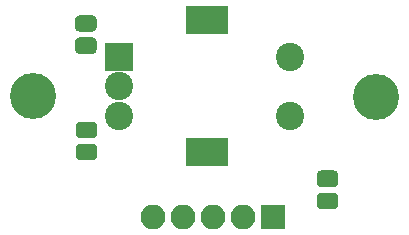
<source format=gbr>
G04 #@! TF.GenerationSoftware,KiCad,Pcbnew,(5.0.0-3-g5ebb6b6)*
G04 #@! TF.CreationDate,2019-05-02T12:54:23+02:00*
G04 #@! TF.ProjectId,Encoder assembly 2,456E636F64657220617373656D626C79,rev?*
G04 #@! TF.SameCoordinates,Original*
G04 #@! TF.FileFunction,Soldermask,Bot*
G04 #@! TF.FilePolarity,Negative*
%FSLAX46Y46*%
G04 Gerber Fmt 4.6, Leading zero omitted, Abs format (unit mm)*
G04 Created by KiCad (PCBNEW (5.0.0-3-g5ebb6b6)) date Thursday, 02 May 2019 at 12:54:23*
%MOMM*%
%LPD*%
G01*
G04 APERTURE LIST*
%ADD10R,2.100000X2.100000*%
%ADD11O,2.100000X2.100000*%
%ADD12C,0.100000*%
%ADD13C,1.375000*%
%ADD14C,2.400000*%
%ADD15R,3.600000X2.400000*%
%ADD16R,2.400000X2.400000*%
%ADD17C,3.900000*%
G04 APERTURE END LIST*
D10*
G04 #@! TO.C,J1*
X132360000Y-93700000D03*
D11*
X129820000Y-93700000D03*
X127280000Y-93700000D03*
X124740000Y-93700000D03*
X122200000Y-93700000D03*
G04 #@! TD*
D12*
G04 #@! TO.C,R1*
G36*
X117089943Y-76626655D02*
X117123312Y-76631605D01*
X117156035Y-76639802D01*
X117187797Y-76651166D01*
X117218293Y-76665590D01*
X117247227Y-76682932D01*
X117274323Y-76703028D01*
X117299318Y-76725682D01*
X117321972Y-76750677D01*
X117342068Y-76777773D01*
X117359410Y-76806707D01*
X117373834Y-76837203D01*
X117385198Y-76868965D01*
X117393395Y-76901688D01*
X117398345Y-76935057D01*
X117400000Y-76968750D01*
X117400000Y-77656250D01*
X117398345Y-77689943D01*
X117393395Y-77723312D01*
X117385198Y-77756035D01*
X117373834Y-77787797D01*
X117359410Y-77818293D01*
X117342068Y-77847227D01*
X117321972Y-77874323D01*
X117299318Y-77899318D01*
X117274323Y-77921972D01*
X117247227Y-77942068D01*
X117218293Y-77959410D01*
X117187797Y-77973834D01*
X117156035Y-77985198D01*
X117123312Y-77993395D01*
X117089943Y-77998345D01*
X117056250Y-78000000D01*
X115943750Y-78000000D01*
X115910057Y-77998345D01*
X115876688Y-77993395D01*
X115843965Y-77985198D01*
X115812203Y-77973834D01*
X115781707Y-77959410D01*
X115752773Y-77942068D01*
X115725677Y-77921972D01*
X115700682Y-77899318D01*
X115678028Y-77874323D01*
X115657932Y-77847227D01*
X115640590Y-77818293D01*
X115626166Y-77787797D01*
X115614802Y-77756035D01*
X115606605Y-77723312D01*
X115601655Y-77689943D01*
X115600000Y-77656250D01*
X115600000Y-76968750D01*
X115601655Y-76935057D01*
X115606605Y-76901688D01*
X115614802Y-76868965D01*
X115626166Y-76837203D01*
X115640590Y-76806707D01*
X115657932Y-76777773D01*
X115678028Y-76750677D01*
X115700682Y-76725682D01*
X115725677Y-76703028D01*
X115752773Y-76682932D01*
X115781707Y-76665590D01*
X115812203Y-76651166D01*
X115843965Y-76639802D01*
X115876688Y-76631605D01*
X115910057Y-76626655D01*
X115943750Y-76625000D01*
X117056250Y-76625000D01*
X117089943Y-76626655D01*
X117089943Y-76626655D01*
G37*
D13*
X116500000Y-77312500D03*
D12*
G36*
X117089943Y-78501655D02*
X117123312Y-78506605D01*
X117156035Y-78514802D01*
X117187797Y-78526166D01*
X117218293Y-78540590D01*
X117247227Y-78557932D01*
X117274323Y-78578028D01*
X117299318Y-78600682D01*
X117321972Y-78625677D01*
X117342068Y-78652773D01*
X117359410Y-78681707D01*
X117373834Y-78712203D01*
X117385198Y-78743965D01*
X117393395Y-78776688D01*
X117398345Y-78810057D01*
X117400000Y-78843750D01*
X117400000Y-79531250D01*
X117398345Y-79564943D01*
X117393395Y-79598312D01*
X117385198Y-79631035D01*
X117373834Y-79662797D01*
X117359410Y-79693293D01*
X117342068Y-79722227D01*
X117321972Y-79749323D01*
X117299318Y-79774318D01*
X117274323Y-79796972D01*
X117247227Y-79817068D01*
X117218293Y-79834410D01*
X117187797Y-79848834D01*
X117156035Y-79860198D01*
X117123312Y-79868395D01*
X117089943Y-79873345D01*
X117056250Y-79875000D01*
X115943750Y-79875000D01*
X115910057Y-79873345D01*
X115876688Y-79868395D01*
X115843965Y-79860198D01*
X115812203Y-79848834D01*
X115781707Y-79834410D01*
X115752773Y-79817068D01*
X115725677Y-79796972D01*
X115700682Y-79774318D01*
X115678028Y-79749323D01*
X115657932Y-79722227D01*
X115640590Y-79693293D01*
X115626166Y-79662797D01*
X115614802Y-79631035D01*
X115606605Y-79598312D01*
X115601655Y-79564943D01*
X115600000Y-79531250D01*
X115600000Y-78843750D01*
X115601655Y-78810057D01*
X115606605Y-78776688D01*
X115614802Y-78743965D01*
X115626166Y-78712203D01*
X115640590Y-78681707D01*
X115657932Y-78652773D01*
X115678028Y-78625677D01*
X115700682Y-78600682D01*
X115725677Y-78578028D01*
X115752773Y-78557932D01*
X115781707Y-78540590D01*
X115812203Y-78526166D01*
X115843965Y-78514802D01*
X115876688Y-78506605D01*
X115910057Y-78501655D01*
X115943750Y-78500000D01*
X117056250Y-78500000D01*
X117089943Y-78501655D01*
X117089943Y-78501655D01*
G37*
D13*
X116500000Y-79187500D03*
G04 #@! TD*
D12*
G04 #@! TO.C,R2*
G36*
X117139943Y-85626655D02*
X117173312Y-85631605D01*
X117206035Y-85639802D01*
X117237797Y-85651166D01*
X117268293Y-85665590D01*
X117297227Y-85682932D01*
X117324323Y-85703028D01*
X117349318Y-85725682D01*
X117371972Y-85750677D01*
X117392068Y-85777773D01*
X117409410Y-85806707D01*
X117423834Y-85837203D01*
X117435198Y-85868965D01*
X117443395Y-85901688D01*
X117448345Y-85935057D01*
X117450000Y-85968750D01*
X117450000Y-86656250D01*
X117448345Y-86689943D01*
X117443395Y-86723312D01*
X117435198Y-86756035D01*
X117423834Y-86787797D01*
X117409410Y-86818293D01*
X117392068Y-86847227D01*
X117371972Y-86874323D01*
X117349318Y-86899318D01*
X117324323Y-86921972D01*
X117297227Y-86942068D01*
X117268293Y-86959410D01*
X117237797Y-86973834D01*
X117206035Y-86985198D01*
X117173312Y-86993395D01*
X117139943Y-86998345D01*
X117106250Y-87000000D01*
X115993750Y-87000000D01*
X115960057Y-86998345D01*
X115926688Y-86993395D01*
X115893965Y-86985198D01*
X115862203Y-86973834D01*
X115831707Y-86959410D01*
X115802773Y-86942068D01*
X115775677Y-86921972D01*
X115750682Y-86899318D01*
X115728028Y-86874323D01*
X115707932Y-86847227D01*
X115690590Y-86818293D01*
X115676166Y-86787797D01*
X115664802Y-86756035D01*
X115656605Y-86723312D01*
X115651655Y-86689943D01*
X115650000Y-86656250D01*
X115650000Y-85968750D01*
X115651655Y-85935057D01*
X115656605Y-85901688D01*
X115664802Y-85868965D01*
X115676166Y-85837203D01*
X115690590Y-85806707D01*
X115707932Y-85777773D01*
X115728028Y-85750677D01*
X115750682Y-85725682D01*
X115775677Y-85703028D01*
X115802773Y-85682932D01*
X115831707Y-85665590D01*
X115862203Y-85651166D01*
X115893965Y-85639802D01*
X115926688Y-85631605D01*
X115960057Y-85626655D01*
X115993750Y-85625000D01*
X117106250Y-85625000D01*
X117139943Y-85626655D01*
X117139943Y-85626655D01*
G37*
D13*
X116550000Y-86312500D03*
D12*
G36*
X117139943Y-87501655D02*
X117173312Y-87506605D01*
X117206035Y-87514802D01*
X117237797Y-87526166D01*
X117268293Y-87540590D01*
X117297227Y-87557932D01*
X117324323Y-87578028D01*
X117349318Y-87600682D01*
X117371972Y-87625677D01*
X117392068Y-87652773D01*
X117409410Y-87681707D01*
X117423834Y-87712203D01*
X117435198Y-87743965D01*
X117443395Y-87776688D01*
X117448345Y-87810057D01*
X117450000Y-87843750D01*
X117450000Y-88531250D01*
X117448345Y-88564943D01*
X117443395Y-88598312D01*
X117435198Y-88631035D01*
X117423834Y-88662797D01*
X117409410Y-88693293D01*
X117392068Y-88722227D01*
X117371972Y-88749323D01*
X117349318Y-88774318D01*
X117324323Y-88796972D01*
X117297227Y-88817068D01*
X117268293Y-88834410D01*
X117237797Y-88848834D01*
X117206035Y-88860198D01*
X117173312Y-88868395D01*
X117139943Y-88873345D01*
X117106250Y-88875000D01*
X115993750Y-88875000D01*
X115960057Y-88873345D01*
X115926688Y-88868395D01*
X115893965Y-88860198D01*
X115862203Y-88848834D01*
X115831707Y-88834410D01*
X115802773Y-88817068D01*
X115775677Y-88796972D01*
X115750682Y-88774318D01*
X115728028Y-88749323D01*
X115707932Y-88722227D01*
X115690590Y-88693293D01*
X115676166Y-88662797D01*
X115664802Y-88631035D01*
X115656605Y-88598312D01*
X115651655Y-88564943D01*
X115650000Y-88531250D01*
X115650000Y-87843750D01*
X115651655Y-87810057D01*
X115656605Y-87776688D01*
X115664802Y-87743965D01*
X115676166Y-87712203D01*
X115690590Y-87681707D01*
X115707932Y-87652773D01*
X115728028Y-87625677D01*
X115750682Y-87600682D01*
X115775677Y-87578028D01*
X115802773Y-87557932D01*
X115831707Y-87540590D01*
X115862203Y-87526166D01*
X115893965Y-87514802D01*
X115926688Y-87506605D01*
X115960057Y-87501655D01*
X115993750Y-87500000D01*
X117106250Y-87500000D01*
X117139943Y-87501655D01*
X117139943Y-87501655D01*
G37*
D13*
X116550000Y-88187500D03*
G04 #@! TD*
D14*
G04 #@! TO.C,SW1*
X133775001Y-85125001D03*
X133775001Y-80125001D03*
D15*
X126775001Y-88225001D03*
X126775001Y-77025001D03*
D14*
X119275001Y-85125001D03*
X119275001Y-82625001D03*
D16*
X119275001Y-80125001D03*
G04 #@! TD*
D17*
G04 #@! TO.C,REF\002A\002A*
X112000000Y-83450000D03*
G04 #@! TD*
G04 #@! TO.C,REF\002A\002A*
X141100000Y-83500000D03*
G04 #@! TD*
D12*
G04 #@! TO.C,R3*
G36*
X137539943Y-89764155D02*
X137573312Y-89769105D01*
X137606035Y-89777302D01*
X137637797Y-89788666D01*
X137668293Y-89803090D01*
X137697227Y-89820432D01*
X137724323Y-89840528D01*
X137749318Y-89863182D01*
X137771972Y-89888177D01*
X137792068Y-89915273D01*
X137809410Y-89944207D01*
X137823834Y-89974703D01*
X137835198Y-90006465D01*
X137843395Y-90039188D01*
X137848345Y-90072557D01*
X137850000Y-90106250D01*
X137850000Y-90793750D01*
X137848345Y-90827443D01*
X137843395Y-90860812D01*
X137835198Y-90893535D01*
X137823834Y-90925297D01*
X137809410Y-90955793D01*
X137792068Y-90984727D01*
X137771972Y-91011823D01*
X137749318Y-91036818D01*
X137724323Y-91059472D01*
X137697227Y-91079568D01*
X137668293Y-91096910D01*
X137637797Y-91111334D01*
X137606035Y-91122698D01*
X137573312Y-91130895D01*
X137539943Y-91135845D01*
X137506250Y-91137500D01*
X136393750Y-91137500D01*
X136360057Y-91135845D01*
X136326688Y-91130895D01*
X136293965Y-91122698D01*
X136262203Y-91111334D01*
X136231707Y-91096910D01*
X136202773Y-91079568D01*
X136175677Y-91059472D01*
X136150682Y-91036818D01*
X136128028Y-91011823D01*
X136107932Y-90984727D01*
X136090590Y-90955793D01*
X136076166Y-90925297D01*
X136064802Y-90893535D01*
X136056605Y-90860812D01*
X136051655Y-90827443D01*
X136050000Y-90793750D01*
X136050000Y-90106250D01*
X136051655Y-90072557D01*
X136056605Y-90039188D01*
X136064802Y-90006465D01*
X136076166Y-89974703D01*
X136090590Y-89944207D01*
X136107932Y-89915273D01*
X136128028Y-89888177D01*
X136150682Y-89863182D01*
X136175677Y-89840528D01*
X136202773Y-89820432D01*
X136231707Y-89803090D01*
X136262203Y-89788666D01*
X136293965Y-89777302D01*
X136326688Y-89769105D01*
X136360057Y-89764155D01*
X136393750Y-89762500D01*
X137506250Y-89762500D01*
X137539943Y-89764155D01*
X137539943Y-89764155D01*
G37*
D13*
X136950000Y-90450000D03*
D12*
G36*
X137539943Y-91639155D02*
X137573312Y-91644105D01*
X137606035Y-91652302D01*
X137637797Y-91663666D01*
X137668293Y-91678090D01*
X137697227Y-91695432D01*
X137724323Y-91715528D01*
X137749318Y-91738182D01*
X137771972Y-91763177D01*
X137792068Y-91790273D01*
X137809410Y-91819207D01*
X137823834Y-91849703D01*
X137835198Y-91881465D01*
X137843395Y-91914188D01*
X137848345Y-91947557D01*
X137850000Y-91981250D01*
X137850000Y-92668750D01*
X137848345Y-92702443D01*
X137843395Y-92735812D01*
X137835198Y-92768535D01*
X137823834Y-92800297D01*
X137809410Y-92830793D01*
X137792068Y-92859727D01*
X137771972Y-92886823D01*
X137749318Y-92911818D01*
X137724323Y-92934472D01*
X137697227Y-92954568D01*
X137668293Y-92971910D01*
X137637797Y-92986334D01*
X137606035Y-92997698D01*
X137573312Y-93005895D01*
X137539943Y-93010845D01*
X137506250Y-93012500D01*
X136393750Y-93012500D01*
X136360057Y-93010845D01*
X136326688Y-93005895D01*
X136293965Y-92997698D01*
X136262203Y-92986334D01*
X136231707Y-92971910D01*
X136202773Y-92954568D01*
X136175677Y-92934472D01*
X136150682Y-92911818D01*
X136128028Y-92886823D01*
X136107932Y-92859727D01*
X136090590Y-92830793D01*
X136076166Y-92800297D01*
X136064802Y-92768535D01*
X136056605Y-92735812D01*
X136051655Y-92702443D01*
X136050000Y-92668750D01*
X136050000Y-91981250D01*
X136051655Y-91947557D01*
X136056605Y-91914188D01*
X136064802Y-91881465D01*
X136076166Y-91849703D01*
X136090590Y-91819207D01*
X136107932Y-91790273D01*
X136128028Y-91763177D01*
X136150682Y-91738182D01*
X136175677Y-91715528D01*
X136202773Y-91695432D01*
X136231707Y-91678090D01*
X136262203Y-91663666D01*
X136293965Y-91652302D01*
X136326688Y-91644105D01*
X136360057Y-91639155D01*
X136393750Y-91637500D01*
X137506250Y-91637500D01*
X137539943Y-91639155D01*
X137539943Y-91639155D01*
G37*
D13*
X136950000Y-92325000D03*
G04 #@! TD*
M02*

</source>
